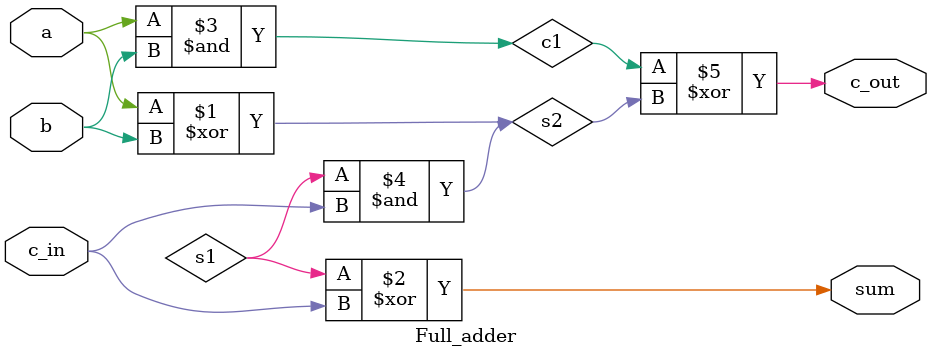
<source format=v>
`timescale 1ns / 1ps

module Full_adder(a,b,c_in,sum,c_out);
input a, b, c_in;
output sum,c_out;
// wires declaration
wire s1,c1,s2;

xor xor1(s2, a,b);
xor xor2(sum, s1,c_in);
and and1(c1,a,b);
and and2(s2,s1,c_in);
xor xor3(c_out,c1,s2);

endmodule

</source>
